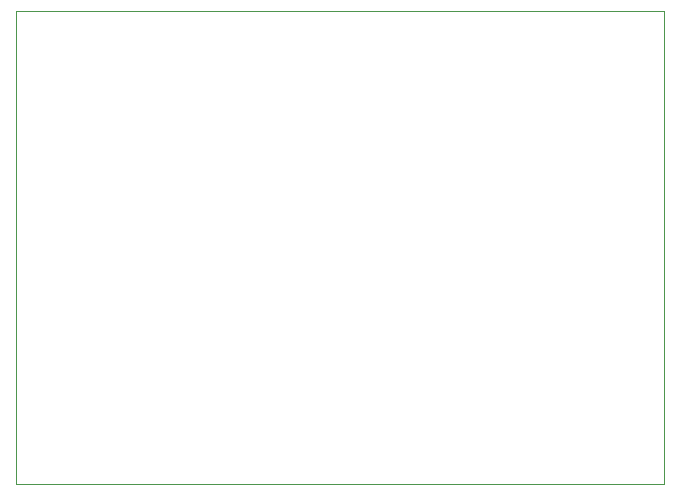
<source format=gbr>
G04 #@! TF.GenerationSoftware,KiCad,Pcbnew,(5.1.5)-3*
G04 #@! TF.CreationDate,2020-03-27T13:38:25+01:00*
G04 #@! TF.ProjectId,mimu_batt,6d696d75-5f62-4617-9474-2e6b69636164,rev?*
G04 #@! TF.SameCoordinates,Original*
G04 #@! TF.FileFunction,Profile,NP*
%FSLAX46Y46*%
G04 Gerber Fmt 4.6, Leading zero omitted, Abs format (unit mm)*
G04 Created by KiCad (PCBNEW (5.1.5)-3) date 2020-03-27 13:38:25*
%MOMM*%
%LPD*%
G04 APERTURE LIST*
%ADD10C,0.050000*%
G04 APERTURE END LIST*
D10*
X164200000Y-127000000D02*
X164200000Y-87000000D01*
X164200000Y-87000000D02*
X219000000Y-87000000D01*
X219000000Y-127000000D02*
X164200000Y-127000000D01*
X219000000Y-87000000D02*
X219000000Y-127000000D01*
M02*

</source>
